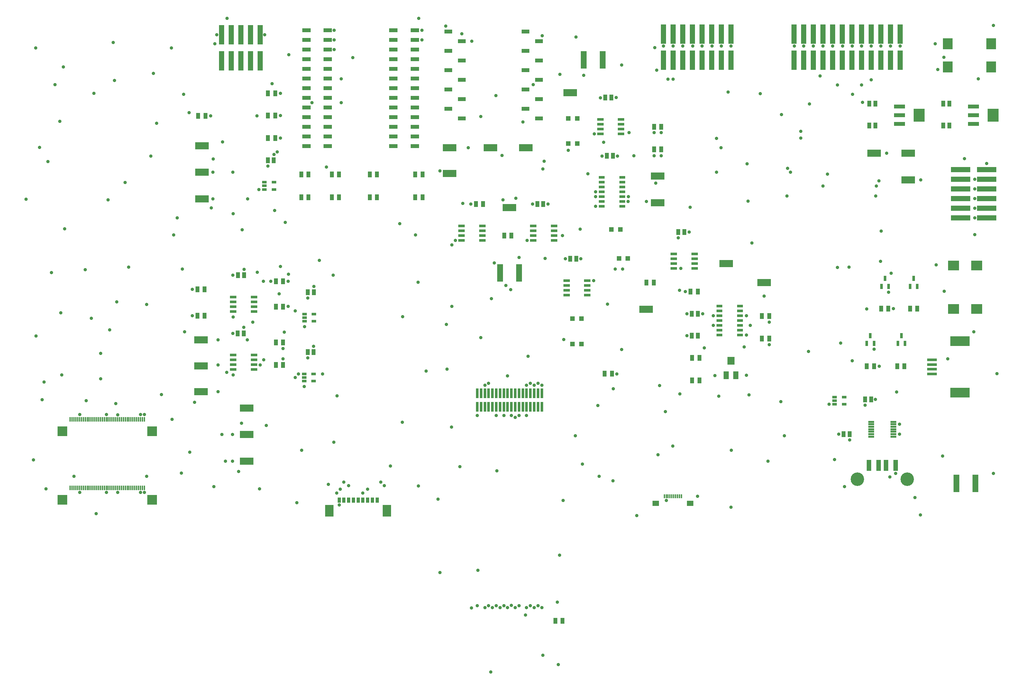
<source format=gbr>
G04 GENERATED BY PULSONIX 11.0 GERBER.DLL 8466*
G04 #@! TF.GenerationSoftware,Pulsonix,Pulsonix,11.0.8467*
G04 #@! TF.CreationDate,2021-12-19T21:00:55+00:00*
G04 #@! TF.Part,Single*
%FSLAX24Y24*%
%LPD*%
%MOIN*%
G04 #@! TF.FileFunction,Soldermask,Top*
G04 #@! TF.FilePolarity,Negative*
G04 #@! TA.AperFunction,ViaPad*
%ADD13C,0.0354*%
G04 #@! TA.AperFunction,SMDPad,CuDef*
%ADD14R,0.0630X0.0295*%
%ADD15R,0.1024X0.0276*%
%ADD16R,0.2008X0.1024*%
%ADD17R,0.0354X0.0551*%
%ADD18R,0.0866X0.1220*%
G04 #@! TA.AperFunction,TestPad*
%ADD19R,0.1390X0.0740*%
G04 #@! TA.AperFunction,SMDPad,CuDef*
%ADD70R,0.0512X0.0276*%
%ADD71R,0.0539X0.2039*%
%ADD20R,0.0591X0.1811*%
%ADD21R,0.2039X0.0539*%
%ADD22R,0.0650X0.0315*%
%ADD23R,0.1142X0.1004*%
%ADD24R,0.1004X0.1142*%
%ADD25R,0.0789X0.0441*%
%ADD26R,0.0913X0.0441*%
%ADD27R,0.0413X0.0591*%
%ADD28R,0.0620X0.0217*%
%ADD29R,0.0441X0.0618*%
%ADD72R,0.0157X0.0433*%
%ADD73R,0.0689X0.0551*%
%ADD74R,0.0551X0.0827*%
%ADD75R,0.0748X0.0827*%
%ADD76R,0.0276X0.0531*%
%ADD77R,0.0276X0.0551*%
%ADD78R,0.0260X0.0988*%
%ADD79R,0.0480X0.1173*%
G04 #@! TA.AperFunction,ComponentPad*
%ADD80C,0.1398*%
G04 #@! TA.AperFunction,SMDPad,CuDef*
%ADD81R,0.0492X0.0492*%
%ADD82R,0.0157X0.0512*%
%ADD83R,0.0984X0.0984*%
%ADD84R,0.1122X0.0413*%
%ADD85R,0.1122X0.1319*%
G04 #@! TD.AperFunction*
X0Y0D02*
D02*
D13*
X3436Y53888D03*
X4196Y26907D03*
X4423Y69585D03*
X4461Y39740D03*
X4834Y59275D03*
X5113Y33124D03*
X5290Y34973D03*
X5509Y23921D03*
X5694Y57808D03*
X6063Y46297D03*
X6429Y65765D03*
X6943Y61966D03*
X7047Y42134D03*
X7121Y35710D03*
X7294Y67598D03*
X7425Y50830D03*
X8406Y25197D03*
X8996Y23524D03*
Y31595D03*
X9581Y46592D03*
X9667Y33026D03*
X10187Y41580D03*
X10451Y64862D03*
X10711Y21336D03*
X11162Y35295D03*
Y37953D03*
X11752Y23524D03*
Y31595D03*
X11925Y53835D03*
X12100Y40373D03*
X12473Y70134D03*
X12599Y66190D03*
X12742Y32722D03*
X12838Y43258D03*
X12933Y23524D03*
Y31575D03*
X13701Y55645D03*
X14083Y46856D03*
X15295Y23524D03*
Y31614D03*
X15689Y23524D03*
Y31595D03*
X15944Y43011D03*
X15945Y25197D03*
X16352Y58374D03*
X16625Y66930D03*
X16978Y61784D03*
X17473Y33670D03*
X18488Y69586D03*
X18574Y31092D03*
X18730Y50210D03*
X19094Y51967D03*
X19523Y25531D03*
X19638Y46674D03*
X19772Y64780D03*
X19854Y40186D03*
X20339Y62875D03*
X20409Y27702D03*
X20669Y41831D03*
Y44567D03*
X20916Y32864D03*
X22559Y62540D03*
X22630Y52990D03*
X22795Y56693D03*
X22815Y53937D03*
X22838Y58057D03*
X22884Y24153D03*
X22990Y70009D03*
X23209Y70925D03*
X23347Y33977D03*
Y36752D03*
Y39331D03*
X23721Y29528D03*
X23809Y59849D03*
X24095Y26772D03*
X24218Y35984D03*
X24277Y72653D03*
X24843Y26772D03*
Y29528D03*
X24862Y40020D03*
X24882Y46044D03*
Y56697D03*
X24902Y52421D03*
X24912Y35689D03*
Y41713D03*
X25464Y25720D03*
X25773Y30718D03*
X25847Y50748D03*
X25984Y40630D03*
X26024Y46654D03*
X26358Y39331D03*
X26398Y53937D03*
X26932Y41179D03*
X27362Y62540D03*
X27402Y46346D03*
X27559Y54921D03*
X27648Y23894D03*
X27697Y36752D03*
X28032Y45394D03*
X28071Y37264D03*
X28169Y70925D03*
X28324Y30459D03*
X28484Y57343D03*
X28799Y45394D03*
X28922Y65857D03*
X29134Y58544D03*
X29189Y52736D03*
X29478Y58802D03*
X29666Y44095D03*
X29784Y46929D03*
Y60236D03*
Y62559D03*
Y64882D03*
X30079Y37362D03*
Y38445D03*
X30199Y40146D03*
X30295Y51516D03*
X30591Y42795D03*
X30610Y45394D03*
X30629Y46129D03*
X30671Y68869D03*
X31319Y35433D03*
Y42323D03*
X31497Y22485D03*
X31673Y35807D03*
X31997Y27909D03*
X32264Y34488D03*
X32284Y40689D03*
X32618Y37481D03*
X32638Y43662D03*
X33071Y63898D03*
X33248Y38662D03*
X33268Y44862D03*
X33838Y47583D03*
X34173Y35807D03*
X34576Y57240D03*
X34766Y24384D03*
X35277Y46038D03*
X35319Y28723D03*
X35374Y69390D03*
Y70394D03*
Y71398D03*
X35630Y23484D03*
X35667Y33533D03*
X35886Y22225D03*
X36004Y23858D03*
X36103Y63898D03*
X36116Y66364D03*
X36378Y24606D03*
X36870Y24232D03*
X37315Y68579D03*
X38347Y23484D03*
X38839Y23858D03*
X40197Y24606D03*
X40571Y24232D03*
X41213Y26264D03*
X42183Y51373D03*
X42444Y30798D03*
X42460Y41754D03*
X43797Y50188D03*
X44074Y45298D03*
X44092Y24202D03*
X44148Y72651D03*
X44469Y70414D03*
Y71398D03*
X44905Y36097D03*
X46118Y22846D03*
X46337Y56822D03*
X46340Y15248D03*
X46934Y71843D03*
X47003Y40922D03*
X47073Y36321D03*
X47529Y30310D03*
X47553Y42817D03*
X47566Y49185D03*
X47933Y49626D03*
X48409Y26217D03*
X48615Y71052D03*
X48694Y53463D03*
X49252Y59252D03*
X49547Y53406D03*
X49617Y11573D03*
X49626Y70276D03*
X50197Y11811D03*
Y31496D03*
X50270Y15484D03*
X50555Y39559D03*
X50583Y62481D03*
X50984Y11614D03*
Y34646D03*
X51378Y11811D03*
Y34843D03*
X51586Y4950D03*
X51655Y43605D03*
X51772Y11614D03*
X51961Y47298D03*
X52136Y64641D03*
X52166Y11811D03*
Y31496D03*
X52234Y25784D03*
X52559Y11614D03*
X52781Y58433D03*
X52883Y53849D03*
X52953Y11811D03*
Y31496D03*
X53169Y44975D03*
X53322Y35593D03*
X53347Y11614D03*
X53680Y44551D03*
X53740Y11831D03*
Y31496D03*
X54134Y11614D03*
Y31299D03*
X54190Y54013D03*
X54528Y11811D03*
Y31496D03*
Y47855D03*
X54949Y61915D03*
X55193Y10824D03*
X55315Y11614D03*
Y31496D03*
Y34646D03*
X55374Y49646D03*
X55480Y37645D03*
X55709Y11811D03*
Y34843D03*
X55925Y53406D03*
X55985Y65758D03*
X56103Y11614D03*
Y34646D03*
X56496Y11811D03*
Y34843D03*
X56890Y11614D03*
Y34646D03*
X56923Y70834D03*
X56987Y6683D03*
X56988Y57028D03*
X57134Y57845D03*
X57224Y47766D03*
X57540Y53406D03*
X58511Y12157D03*
X58603Y5702D03*
X58726Y17050D03*
X58765Y66823D03*
X59036Y50144D03*
X59090Y22719D03*
X59154Y39370D03*
X59331Y47736D03*
X59636Y58957D03*
X60356Y29395D03*
X60428Y70707D03*
X60851Y50801D03*
X60945Y47736D03*
X61111Y26484D03*
X61221Y66732D03*
X61653Y56534D03*
X62264Y45473D03*
X62343Y60668D03*
X62481Y53166D03*
Y54173D03*
Y54666D03*
X62708Y32536D03*
X62825Y25203D03*
X62973Y64410D03*
X63130Y58386D03*
X63314Y59812D03*
X63707Y43036D03*
X64253Y24726D03*
X64311Y34281D03*
X64508Y46673D03*
X64587Y64429D03*
X64666Y35807D03*
X64744Y58386D03*
X65151Y38344D03*
X65180Y67812D03*
X65276Y46673D03*
X65847Y53666D03*
X65866Y54173D03*
X65945Y60788D03*
X66437Y58406D03*
X66720Y21138D03*
X67736Y53662D03*
X68524Y58406D03*
Y60788D03*
X68599Y69606D03*
X68714Y55576D03*
X68812Y67261D03*
X68923Y27445D03*
X69097Y34611D03*
X69272Y58406D03*
Y60788D03*
X69508Y69764D03*
X69685Y31890D03*
X69784Y22697D03*
X69961Y66339D03*
X70473Y28347D03*
X70512Y66339D03*
Y69764D03*
X71044Y49902D03*
X71162Y44475D03*
X71184Y33732D03*
X71299Y46750D03*
X71516Y69764D03*
X71772Y44351D03*
X71929Y42047D03*
X71949Y39764D03*
X72166Y50492D03*
X72266Y53075D03*
X72520Y69764D03*
X73021Y23151D03*
X73504Y69764D03*
X73583Y42047D03*
X73739Y38494D03*
X74528Y69764D03*
X74666Y40847D03*
Y41839D03*
X74843Y35650D03*
X75000Y56693D03*
Y60197D03*
X75237Y33520D03*
X75469Y59231D03*
X75512Y69764D03*
X76201Y65000D03*
X76490Y21988D03*
X76516Y69764D03*
X76539Y27891D03*
X77877Y38614D03*
X78091Y39839D03*
Y41839D03*
X78110Y35669D03*
X78169Y57579D03*
X78272Y53713D03*
X78371Y33651D03*
X78504Y40847D03*
X78682Y49384D03*
X79523Y64846D03*
X79941Y43858D03*
X80345Y26763D03*
X80453Y38839D03*
Y41162D03*
X81673Y32933D03*
X81720Y62669D03*
X82047Y29390D03*
X82303Y54232D03*
X82360Y57104D03*
X82677Y56693D03*
X83051Y69784D03*
X83733Y60942D03*
X83740Y60236D03*
X84036Y69784D03*
X84525Y38128D03*
X84646Y63780D03*
X85020Y69784D03*
X85737Y66655D03*
X86024Y69784D03*
X86044Y55276D03*
X86488Y56519D03*
X86673Y32658D03*
X87028Y69784D03*
X87233Y26929D03*
X87520Y46851D03*
Y65748D03*
X87658Y29567D03*
X87851Y38997D03*
X88051Y69784D03*
X88272Y24149D03*
X88740Y46870D03*
X88799Y28977D03*
X89055Y69784D03*
X89067Y37184D03*
X89114Y64784D03*
X90040Y69784D03*
X90044Y65748D03*
X90141Y63944D03*
X90414Y32579D03*
X90577Y42551D03*
X91024Y69784D03*
X91044Y66280D03*
X91319Y38366D03*
X91457Y33169D03*
X91496Y54232D03*
X91555Y55276D03*
X91821Y55805D03*
X91851Y36614D03*
X92011Y47478D03*
X92047Y69784D03*
X92081Y50589D03*
X92618Y58662D03*
X92837Y44272D03*
X92952Y25131D03*
X93032Y69784D03*
X93092Y46238D03*
X93347Y42559D03*
X93563Y25512D03*
X93678Y33922D03*
X93957Y29567D03*
Y30591D03*
X94044Y69784D03*
X95564Y22999D03*
X96129Y21221D03*
X96162Y55906D03*
X97677Y70000D03*
X97780Y47111D03*
X97938Y67342D03*
X98437Y27318D03*
X98557Y68616D03*
X98615Y44365D03*
X98975Y37366D03*
X100706Y58099D03*
X101660Y40177D03*
X101752Y51969D03*
Y52973D03*
Y53957D03*
Y54961D03*
Y55965D03*
X101769Y50237D03*
X102138Y66370D03*
X102984Y57599D03*
X103698Y71905D03*
X103716Y25492D03*
X104080Y35824D03*
D02*
D14*
X63110Y53166D03*
Y53666D03*
Y54166D03*
Y54666D03*
Y55166D03*
Y55666D03*
Y56166D03*
X65236Y53166D03*
Y53666D03*
Y54166D03*
Y54666D03*
Y55166D03*
Y55666D03*
Y56166D03*
X75315Y39839D03*
Y40339D03*
Y40839D03*
Y41339D03*
Y41839D03*
Y42339D03*
Y42839D03*
X77441Y39839D03*
Y40339D03*
Y40839D03*
Y41339D03*
Y41839D03*
Y42339D03*
Y42839D03*
D02*
D15*
X97335Y35797D03*
Y36290D03*
Y36782D03*
Y37274D03*
D02*
D16*
X100236Y33878D03*
Y39193D03*
D02*
D17*
X35886Y22736D03*
X36378D03*
X36870D03*
X37362D03*
X37855D03*
X38347D03*
X38839D03*
X39331D03*
X39823D03*
D02*
D18*
X34882Y21654D03*
X40827D03*
D02*
D19*
X21575Y33977D03*
Y36654D03*
Y39331D03*
X21654Y53937D03*
Y56693D03*
Y59449D03*
X26299Y26772D03*
Y29528D03*
Y32284D03*
X47323Y56575D03*
X47343Y59252D03*
X51575D03*
X53544Y53051D03*
X55236Y59252D03*
X59823Y64941D03*
X67717Y42520D03*
X68898Y53544D03*
Y56299D03*
X75984Y47244D03*
X79921Y45276D03*
X91339Y58662D03*
X94882Y55906D03*
Y58662D03*
D02*
D70*
X28150Y54921D03*
Y55295D03*
Y55669D03*
X29134Y54921D03*
Y55669D03*
X32264Y35059D03*
Y35433D03*
Y35807D03*
X32284Y41260D03*
Y41634D03*
Y42008D03*
X33248Y35059D03*
Y35807D03*
X33268Y41260D03*
Y42008D03*
X87244Y32658D03*
Y33032D03*
Y33406D03*
X88229Y32658D03*
Y33406D03*
D02*
D71*
X23689Y68236D03*
Y70937D03*
X24689Y68236D03*
Y70937D03*
X25689Y68236D03*
Y70937D03*
X26689Y68236D03*
Y70937D03*
X27689Y68236D03*
Y70937D03*
X69512Y68295D03*
Y70996D03*
X70512Y68295D03*
Y70996D03*
X71512Y68295D03*
Y70996D03*
X72512Y68295D03*
Y70996D03*
X73512Y68295D03*
Y70996D03*
X74512Y68295D03*
Y70996D03*
X75512Y68295D03*
Y70996D03*
X76512Y68295D03*
Y70996D03*
X83044Y68295D03*
Y70996D03*
X84044Y68295D03*
Y70996D03*
X85044Y68295D03*
Y70996D03*
X86044Y68295D03*
Y70996D03*
X87044Y68295D03*
Y70996D03*
X88044Y68295D03*
Y70996D03*
X89044Y68295D03*
Y70996D03*
X90044Y68295D03*
Y70996D03*
X91044Y68295D03*
Y70996D03*
X92044Y68295D03*
Y70996D03*
X93044Y68295D03*
Y70996D03*
X94044Y68295D03*
Y70996D03*
D02*
D20*
X52559Y46280D03*
X54528D03*
X61221Y68347D03*
X63189D03*
X99862Y24469D03*
X101831D03*
D02*
D21*
X100284Y51969D03*
Y52969D03*
Y53969D03*
Y54969D03*
Y55969D03*
Y56969D03*
X102984Y51969D03*
Y52969D03*
Y53969D03*
Y54969D03*
Y55969D03*
Y56969D03*
D02*
D22*
X24912Y36258D03*
Y36758D03*
Y37258D03*
Y37758D03*
Y42282D03*
Y42782D03*
Y43282D03*
Y43782D03*
X27057Y36258D03*
Y36758D03*
Y37258D03*
Y37758D03*
Y42282D03*
Y42782D03*
Y43282D03*
Y43782D03*
X48573Y49624D03*
Y50124D03*
Y50624D03*
Y51124D03*
X50719Y49624D03*
Y50124D03*
Y50624D03*
Y51124D03*
X56014Y49644D03*
Y50144D03*
Y50644D03*
Y51144D03*
X58160Y49644D03*
Y50144D03*
Y50644D03*
Y51144D03*
X59459Y43975D03*
Y44475D03*
Y44975D03*
Y45475D03*
X61605Y43975D03*
Y44475D03*
Y44975D03*
Y45475D03*
X62963Y60668D03*
Y61168D03*
Y61668D03*
Y62168D03*
X65108Y60668D03*
Y61168D03*
Y61668D03*
Y62168D03*
X70581Y46750D03*
Y47250D03*
Y47750D03*
Y48250D03*
X72727Y46750D03*
Y47250D03*
Y47750D03*
Y48250D03*
D02*
D23*
X99567Y42530D03*
Y47038D03*
X101969Y42530D03*
Y47038D03*
D02*
D24*
X98967Y67599D03*
Y70000D03*
X103475Y67599D03*
Y70000D03*
D02*
D25*
X47214Y71272D03*
X47215Y63272D03*
Y65272D03*
Y67272D03*
Y69272D03*
X48612Y62272D03*
Y64272D03*
Y66272D03*
Y68272D03*
X48613Y70272D03*
X55206Y71272D03*
X55207Y63272D03*
Y65272D03*
Y67272D03*
Y69272D03*
X56605Y62272D03*
Y64272D03*
Y66272D03*
Y68272D03*
X56605Y70272D03*
D02*
D26*
X32490Y59394D03*
Y60394D03*
Y61394D03*
Y62394D03*
Y63394D03*
Y64394D03*
Y65394D03*
Y66394D03*
Y67394D03*
Y68394D03*
Y69394D03*
Y70394D03*
Y71394D03*
X34715Y59394D03*
Y60394D03*
Y61394D03*
Y62394D03*
Y63394D03*
Y64394D03*
Y65394D03*
Y66394D03*
Y67394D03*
Y68394D03*
Y69394D03*
Y70394D03*
Y71394D03*
X41506Y59394D03*
Y60394D03*
Y61394D03*
Y62394D03*
Y63394D03*
Y64394D03*
Y65394D03*
Y66394D03*
Y67394D03*
Y68394D03*
Y69394D03*
Y70394D03*
Y71394D03*
X43731Y59394D03*
Y60394D03*
Y61394D03*
Y62394D03*
Y63394D03*
Y64394D03*
Y65394D03*
Y66394D03*
Y67394D03*
Y68394D03*
Y69394D03*
Y70394D03*
Y71394D03*
D02*
D27*
X21201Y41831D03*
Y44567D03*
X21280Y62540D03*
X21949Y41831D03*
Y44567D03*
X22028Y62540D03*
X28504Y60236D03*
Y62559D03*
Y64882D03*
X29252Y60236D03*
Y62559D03*
Y64882D03*
X29331Y36732D03*
Y39055D03*
Y42776D03*
Y45394D03*
X30079Y36732D03*
Y39055D03*
Y42776D03*
Y45394D03*
X31969Y54095D03*
Y56457D03*
X32717Y54095D03*
Y56457D03*
X35118Y54095D03*
Y56457D03*
X35866Y54095D03*
Y56457D03*
X39055Y54095D03*
Y56457D03*
X39803Y54095D03*
Y56457D03*
X43780Y54095D03*
Y56457D03*
X44528Y54095D03*
Y56457D03*
X50059Y53406D03*
X50807D03*
X52992Y50138D03*
X53740D03*
X58288Y10236D03*
X59036D03*
X63406Y35827D03*
X64154D03*
X67736Y45276D03*
X68484D03*
X68524Y59055D03*
Y61418D03*
X69272Y59055D03*
Y61418D03*
X72303Y44351D03*
X72481Y35138D03*
Y37461D03*
X73051Y44351D03*
X73229Y35138D03*
Y37461D03*
X79705Y39469D03*
Y41792D03*
X80453Y39469D03*
Y41792D03*
X90571Y36614D03*
X91319D03*
X92067Y42559D03*
X92815D03*
X93721Y36614D03*
X94469D03*
X95059Y42559D03*
X95807D03*
D02*
D28*
X91029Y29311D03*
Y29567D03*
Y29823D03*
Y30079D03*
Y30335D03*
Y30591D03*
Y30847D03*
X93342Y29311D03*
Y29567D03*
Y29823D03*
Y30079D03*
Y30335D03*
Y30591D03*
Y30847D03*
D02*
D29*
X25355Y40020D03*
X25394Y46044D03*
X25984Y40020D03*
X26024Y46044D03*
X28484Y57933D03*
X29114D03*
X32618Y38071D03*
X32638Y44272D03*
X33248Y38071D03*
X33268Y44272D03*
X56418Y53406D03*
X57047D03*
X59823Y47736D03*
X60453D03*
X63465Y64429D03*
X63622Y58406D03*
X64095Y64429D03*
X64252Y58406D03*
X71044Y50512D03*
X71673D03*
X72441Y39764D03*
Y42047D03*
X73071Y39764D03*
Y42047D03*
X88169Y29567D03*
X88799D03*
X90414Y33169D03*
X90827Y61536D03*
Y63819D03*
X91044Y33169D03*
X91457Y61536D03*
Y63819D03*
X98504Y61536D03*
Y63819D03*
X99134Y61536D03*
Y63819D03*
D02*
D72*
X69587Y23150D03*
X69784D03*
X69981D03*
X70177D03*
X70374D03*
X70571D03*
X70768D03*
X70965D03*
X71162D03*
X71358D03*
D02*
D73*
X68691Y22402D03*
X72254D03*
D02*
D74*
X76016Y35669D03*
X77016D03*
D02*
D75*
X76516Y37166D03*
D02*
D76*
X90569Y38957D03*
X90945Y39784D03*
X91321Y38957D03*
X92085Y44862D03*
X92461Y45689D03*
X92837Y44862D03*
D02*
D77*
X93799Y38957D03*
X94173Y39784D03*
X94547Y38957D03*
X95059Y44862D03*
X95433Y45689D03*
X95807Y44862D03*
D02*
D78*
X50197Y32390D03*
Y33792D03*
X50591Y32390D03*
Y33792D03*
X50984Y32390D03*
Y33792D03*
X51378Y32390D03*
Y33792D03*
X51772Y32390D03*
Y33792D03*
X52166Y32390D03*
Y33792D03*
X52559Y32390D03*
Y33792D03*
X52953Y32390D03*
Y33792D03*
X53347Y32390D03*
Y33792D03*
X53740Y32390D03*
Y33792D03*
X54134Y32390D03*
Y33792D03*
X54528Y32390D03*
Y33792D03*
X54921Y32390D03*
Y33792D03*
X55315Y32390D03*
Y33792D03*
X55709Y32390D03*
Y33792D03*
X56103Y32390D03*
Y33792D03*
X56496Y32390D03*
Y33792D03*
X56890Y32390D03*
Y33792D03*
D02*
D79*
X90807Y26323D03*
X91792D03*
X92579D03*
X93563D03*
D02*
D80*
X89599Y24914D03*
X94772D03*
D02*
D81*
X59636Y59666D03*
Y62284D03*
X60069Y38918D03*
Y41536D03*
X60561Y59666D03*
Y62284D03*
X60994Y38918D03*
Y41536D03*
X64105Y50768D03*
X64892Y47756D03*
X65030Y50768D03*
X65817Y47756D03*
D02*
D82*
X8012Y24006D03*
Y31093D03*
X8209Y24006D03*
Y31093D03*
X8406Y24006D03*
Y31093D03*
X8603Y24006D03*
Y31093D03*
X8799Y24006D03*
Y31093D03*
X8996Y24006D03*
Y31093D03*
X9193Y24006D03*
Y31093D03*
X9390Y24006D03*
Y31093D03*
X9587Y24006D03*
Y31093D03*
X9784Y24006D03*
Y31093D03*
X9981Y24006D03*
Y31093D03*
X10177Y24006D03*
Y31093D03*
X10374Y24006D03*
Y31093D03*
X10571Y24006D03*
Y31093D03*
X10768Y24006D03*
Y31093D03*
X10965Y24006D03*
Y31093D03*
X11162Y24006D03*
Y31093D03*
X11358Y24006D03*
Y31093D03*
X11555Y24006D03*
Y31093D03*
X11752Y24006D03*
Y31093D03*
X11949Y24006D03*
Y31093D03*
X12146Y24006D03*
Y31093D03*
X12343Y24006D03*
Y31093D03*
X12540Y24006D03*
Y31093D03*
X12736Y24006D03*
Y31093D03*
X12933Y24006D03*
Y31093D03*
X13130Y24006D03*
Y31093D03*
X13327Y24006D03*
Y31093D03*
X13524Y24006D03*
Y31093D03*
X13721Y24006D03*
Y31093D03*
X13918Y24006D03*
Y31093D03*
X14114Y24006D03*
Y31093D03*
X14311Y24006D03*
Y31093D03*
X14508Y24006D03*
Y31093D03*
X14705Y24006D03*
Y31093D03*
X14902Y24006D03*
Y31093D03*
X15099Y24006D03*
Y31093D03*
X15295Y24006D03*
Y31093D03*
X15492Y24006D03*
Y31093D03*
X15689Y24006D03*
Y31093D03*
D02*
D83*
X7185Y22786D03*
Y29872D03*
X16516Y22786D03*
Y29872D03*
D02*
D84*
X93957Y61693D03*
Y62599D03*
Y63504D03*
X101634Y61693D03*
Y62599D03*
Y63504D03*
D02*
D85*
X96004Y62599D03*
X103681D03*
X0Y0D02*
M02*

</source>
